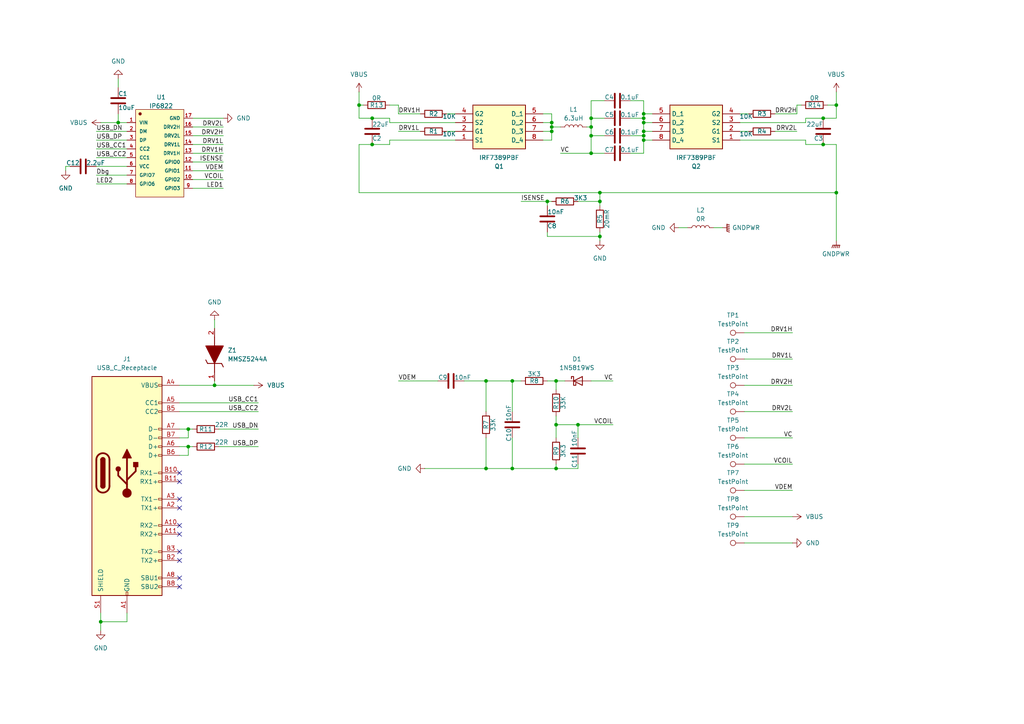
<source format=kicad_sch>
(kicad_sch (version 20231120) (generator "eeschema") (generator_version "8.0")
  (paper "A4")
  (lib_symbols
    (symbol "Connector:TestPoint" (pin_numbers hide) (pin_names (offset 0.762) hide)
      (property "Reference" "TP" (at 0 6.858 0))
      (property "Value" "TestPoint" (at 0 5.08 0))
      (symbol "TestPoint_0_1"
        (circle (center 0 3.302) (radius 0.762))
      )
      (symbol "TestPoint_1_1"
        (pin passive line (at 0 0 90) (length 2.54) (name "1") (number "1"))
      )
    )
    (symbol "Connector:USB_C_Receptacle" (pin_names (offset 1.016))
      (property "Reference" "J" (at -10.16 29.21 0))
      (property "Value" "USB_C_Receptacle" (at 10.16 29.21 0))
      (symbol "USB_C_Receptacle_0_0"
        (rectangle (start -0.254 -35.56) (end 0.254 -34.544))
        (rectangle (start 10.16 -32.766) (end 9.144 -33.274))
        (rectangle (start 10.16 -30.226) (end 9.144 -30.734))
        (rectangle (start 10.16 -25.146) (end 9.144 -25.654))
        (rectangle (start 10.16 -22.606) (end 9.144 -23.114))
        (rectangle (start 10.16 -17.526) (end 9.144 -18.034))
        (rectangle (start 10.16 -14.986) (end 9.144 -15.494))
        (rectangle (start 10.16 -9.906) (end 9.144 -10.414))
        (rectangle (start 10.16 -7.366) (end 9.144 -7.874))
        (rectangle (start 10.16 -2.286) (end 9.144 -2.794))
        (rectangle (start 10.16 0.254) (end 9.144 -0.254))
        (rectangle (start 10.16 5.334) (end 9.144 4.826))
        (rectangle (start 10.16 7.874) (end 9.144 7.366))
        (rectangle (start 10.16 10.414) (end 9.144 9.906))
        (rectangle (start 10.16 12.954) (end 9.144 12.446))
        (rectangle (start 10.16 18.034) (end 9.144 17.526))
        (rectangle (start 10.16 20.574) (end 9.144 20.066))
        (rectangle (start 10.16 25.654) (end 9.144 25.146))
      )
      (symbol "USB_C_Receptacle_0_1"
        (rectangle (start -10.16 27.94) (end 10.16 -35.56) (stroke (width 0.254)) (fill (type background)))
        (arc (start -8.89 -3.81) (mid -6.985 -5.7067) (end -5.08 -3.81) (stroke (width 0.508)))
        (arc (start -7.62 -3.81) (mid -6.985 -4.4423) (end -6.35 -3.81) (stroke (width 0.254)))
        (arc (start -7.62 -3.81) (mid -6.985 -4.4423) (end -6.35 -3.81) (stroke (width 0.254)) (fill (type outline)))
        (rectangle (start -7.62 -3.81) (end -6.35 3.81) (stroke (width 0.254)) (fill (type outline)))
        (arc (start -6.35 3.81) (mid -6.985 4.4423) (end -7.62 3.81) (stroke (width 0.254)))
        (arc (start -6.35 3.81) (mid -6.985 4.4423) (end -7.62 3.81) (stroke (width 0.254)) (fill (type outline)))
        (arc (start -5.08 3.81) (mid -6.985 5.7067) (end -8.89 3.81) (stroke (width 0.508)))
        (polyline (pts (xy -8.89 -3.81) (xy -8.89 3.81)) (stroke (width 0.508)))
        (polyline (pts (xy -5.08 3.81) (xy -5.08 -3.81)) (stroke (width 0.508)))
      )
      (symbol "USB_C_Receptacle_1_1"
        (circle (center -2.54 1.143) (radius 0.635) (stroke (width 0.254)) (fill (type outline)))
        (circle (center 0 -5.842) (radius 1.27) (fill (type outline)))
        (polyline (pts (xy 0 -5.842) (xy 0 4.318)) (stroke (width 0.508)))
        (polyline (pts (xy 0 -3.302) (xy -2.54 -0.762) (xy -2.54 0.508)) (stroke (width 0.508)))
        (polyline (pts (xy 0 -2.032) (xy 2.54 0.508) (xy 2.54 1.778)) (stroke (width 0.508)))
        (polyline (pts (xy -1.27 4.318) (xy 0 6.858) (xy 1.27 4.318) (xy -1.27 4.318)) (stroke (width 0.254)) (fill (type outline)))
        (rectangle (start 1.905 1.778) (end 3.175 3.048) (stroke (width 0.254)) (fill (type outline)))
        (pin passive line (at 0 -40.64 90) (length 5.08) (name "GND") (number "A1"))
        (pin bidirectional line (at 15.24 -15.24 180) (length 5.08) (name "RX2-") (number "A10"))
        (pin bidirectional line (at 15.24 -17.78 180) (length 5.08) (name "RX2+") (number "A11"))
        (pin passive line (at 0 -40.64 90) (length 5.08) hide (name "GND") (number "A12"))
        (pin bidirectional line (at 15.24 -10.16 180) (length 5.08) (name "TX1+") (number "A2"))
        (pin bidirectional line (at 15.24 -7.62 180) (length 5.08) (name "TX1-") (number "A3"))
        (pin passive line (at 15.24 25.4 180) (length 5.08) (name "VBUS") (number "A4"))
        (pin bidirectional line (at 15.24 20.32 180) (length 5.08) (name "CC1") (number "A5"))
        (pin bidirectional line (at 15.24 7.62 180) (length 5.08) (name "D+") (number "A6"))
        (pin bidirectional line (at 15.24 12.7 180) (length 5.08) (name "D-") (number "A7"))
        (pin bidirectional line (at 15.24 -30.48 180) (length 5.08) (name "SBU1") (number "A8"))
        (pin passive line (at 15.24 25.4 180) (length 5.08) hide (name "VBUS") (number "A9"))
        (pin passive line (at 0 -40.64 90) (length 5.08) hide (name "GND") (number "B1"))
        (pin bidirectional line (at 15.24 0 180) (length 5.08) (name "RX1-") (number "B10"))
        (pin bidirectional line (at 15.24 -2.54 180) (length 5.08) (name "RX1+") (number "B11"))
        (pin passive line (at 0 -40.64 90) (length 5.08) hide (name "GND") (number "B12"))
        (pin bidirectional line (at 15.24 -25.4 180) (length 5.08) (name "TX2+") (number "B2"))
        (pin bidirectional line (at 15.24 -22.86 180) (length 5.08) (name "TX2-") (number "B3"))
        (pin passive line (at 15.24 25.4 180) (length 5.08) hide (name "VBUS") (number "B4"))
        (pin bidirectional line (at 15.24 17.78 180) (length 5.08) (name "CC2") (number "B5"))
        (pin bidirectional line (at 15.24 5.08 180) (length 5.08) (name "D+") (number "B6"))
        (pin bidirectional line (at 15.24 10.16 180) (length 5.08) (name "D-") (number "B7"))
        (pin bidirectional line (at 15.24 -33.02 180) (length 5.08) (name "SBU2") (number "B8"))
        (pin passive line (at 15.24 25.4 180) (length 5.08) hide (name "VBUS") (number "B9"))
        (pin passive line (at -7.62 -40.64 90) (length 5.08) (name "SHIELD") (number "S1"))
      )
    )
    (symbol "Device:C" (pin_numbers hide) (pin_names (offset 0.254))
      (property "Reference" "C" (at 0.635 2.54 0))
      (property "Value" "C" (at 0.635 -2.54 0))
      (symbol "C_0_1"
        (polyline (pts (xy -2.032 -0.762) (xy 2.032 -0.762)) (stroke (width 0.508)))
        (polyline (pts (xy -2.032 0.762) (xy 2.032 0.762)) (stroke (width 0.508)))
      )
      (symbol "C_1_1"
        (pin passive line (at 0 3.81 270) (length 2.794) (name "~") (number "1"))
        (pin passive line (at 0 -3.81 90) (length 2.794) (name "~") (number "2"))
      )
    )
    (symbol "Device:L" (pin_numbers hide) (pin_names (offset 1.016) hide)
      (property "Reference" "L" (at -1.27 0 90))
      (property "Value" "L" (at 1.905 0 90))
      (symbol "L_0_1"
        (arc (start 0 -2.54) (mid 0.6323 -1.905) (end 0 -1.27))
        (arc (start 0 -1.27) (mid 0.6323 -0.635) (end 0 0))
        (arc (start 0 0) (mid 0.6323 0.635) (end 0 1.27))
        (arc (start 0 1.27) (mid 0.6323 1.905) (end 0 2.54))
      )
      (symbol "L_1_1"
        (pin passive line (at 0 3.81 270) (length 1.27) (name "1") (number "1"))
        (pin passive line (at 0 -3.81 90) (length 1.27) (name "2") (number "2"))
      )
    )
    (symbol "Device:R" (pin_numbers hide) (pin_names (offset 0))
      (property "Reference" "R" (at 2.032 0 90))
      (property "Value" "R" (at 0 0 90))
      (symbol "R_0_1"
        (rectangle (start -1.016 -2.54) (end 1.016 2.54) (stroke (width 0.254)))
      )
      (symbol "R_1_1"
        (pin passive line (at 0 3.81 270) (length 1.27) (name "~") (number "1"))
        (pin passive line (at 0 -3.81 90) (length 1.27) (name "~") (number "2"))
      )
    )
    (symbol "Diode:1N5819WS" (pin_numbers hide) (pin_names (offset 1.016) hide)
      (property "Reference" "D" (at 0 2.54 0))
      (property "Value" "1N5819WS" (at 0 -2.54 0))
      (symbol "1N5819WS_0_1"
        (polyline (pts (xy 1.27 0) (xy -1.27 0)))
        (polyline (pts (xy 1.27 1.27) (xy 1.27 -1.27) (xy -1.27 0) (xy 1.27 1.27)) (stroke (width 0.254)))
        (polyline (pts (xy -1.905 0.635) (xy -1.905 1.27) (xy -1.27 1.27) (xy -1.27 -1.27) (xy -0.635 -1.27) (xy -0.635 -0.635)) (stroke (width 0.254)))
      )
      (symbol "1N5819WS_1_1"
        (pin passive line (at -3.81 0 0) (length 2.54) (name "K") (number "1"))
        (pin passive line (at 3.81 0 180) (length 2.54) (name "A") (number "2"))
      )
    )
    (symbol "SamacSys_Parts:IP6822" (pin_names (offset 1.016))
      (property "Reference" "U" (at 0 18.0594 0))
      (property "Value" "IP6822" (at 0 23.1394 0))
      (symbol "IP6822_1_1"
        (rectangle (start -6.35 12.7) (end 7.62 -12.7) (stroke (width 0.1524)) (fill (type background)))
        (circle (center -5.08 11.43) (radius 0.381) (stroke (width 0.1524)) (fill (type outline)))
        (pin input line (at -8.89 8.89 0) (length 2.54) (name "VIN") (number "1"))
        (pin input line (at 10.16 -7.62 180) (length 2.54) (name "GPIO2") (number "10"))
        (pin input line (at 10.16 -5.08 180) (length 2.54) (name "GPIO1") (number "11"))
        (pin input line (at 10.16 -2.54 180) (length 2.54) (name "GPIO0") (number "12"))
        (pin input line (at 10.16 0 180) (length 2.54) (name "DRV1H") (number "13"))
        (pin input line (at 10.16 2.54 180) (length 2.54) (name "DRV1L") (number "14"))
        (pin input line (at 10.16 5.08 180) (length 2.54) (name "DRV2L") (number "15"))
        (pin input line (at 10.16 7.62 180) (length 2.54) (name "DRV2H") (number "16"))
        (pin input line (at 10.16 10.16 180) (length 2.54) (name "GND") (number "17"))
        (pin input line (at -8.89 6.35 0) (length 2.54) (name "DM") (number "2"))
        (pin input line (at -8.89 3.81 0) (length 2.54) (name "DP") (number "3"))
        (pin input line (at -8.89 1.27 0) (length 2.54) (name "CC2") (number "4"))
        (pin input line (at -8.89 -1.27 0) (length 2.54) (name "CC1") (number "5"))
        (pin input line (at -8.89 -3.81 0) (length 2.54) (name "VCC") (number "6"))
        (pin input line (at -8.89 -6.35 0) (length 2.54) (name "GPIO7") (number "7"))
        (pin input line (at -8.89 -8.89 0) (length 2.54) (name "GPIO6") (number "8"))
        (pin input line (at 10.16 -10.16 180) (length 2.54) (name "GPIO3") (number "9"))
      )
    )
    (symbol "SamacSys_Parts:IRF7389PBF"
      (property "Reference" "Q" (at 21.59 7.62 0))
      (property "Value" "IRF7389PBF" (at 21.59 5.08 0))
      (symbol "IRF7389PBF_1_1"
        (rectangle (start 5.08 2.54) (end 20.32 -10.16) (stroke (width 0.254)) (fill (type background)))
        (pin passive line (at 0 0 0) (length 5.08) (name "S1") (number "1"))
        (pin passive line (at 0 -2.54 0) (length 5.08) (name "G1") (number "2"))
        (pin passive line (at 0 -5.08 0) (length 5.08) (name "S2") (number "3"))
        (pin passive line (at 0 -7.62 0) (length 5.08) (name "G2") (number "4"))
        (pin passive line (at 25.4 -7.62 180) (length 5.08) (name "D_1") (number "5"))
        (pin passive line (at 25.4 -5.08 180) (length 5.08) (name "D_2") (number "6"))
        (pin passive line (at 25.4 -2.54 180) (length 5.08) (name "D_3") (number "7"))
        (pin passive line (at 25.4 0 180) (length 5.08) (name "D_4") (number "8"))
      )
    )
    (symbol "SamacSys_Parts:MMSZ5244A" (pin_names hide)
      (property "Reference" "Z" (at 10.16 8.89 0))
      (property "Value" "MMSZ5244A" (at 10.16 6.35 0))
      (symbol "MMSZ5244A_1_1"
        (polyline (pts (xy 2.54 0) (xy 5.08 0)) (stroke (width 0.254)))
        (polyline (pts (xy 4.064 -2.54) (xy 5.08 -2.032)) (stroke (width 0.254)))
        (polyline (pts (xy 5.08 2.032) (xy 5.08 -2.032)) (stroke (width 0.254)))
        (polyline (pts (xy 5.08 2.032) (xy 6.096 2.54)) (stroke (width 0.254)))
        (polyline (pts (xy 12.7 0) (xy 10.16 0)) (stroke (width 0.254)))
        (polyline (pts (xy 5.08 0) (xy 10.16 2.54) (xy 10.16 -2.54) (xy 5.08 0)) (stroke (width 0.254)) (fill (type outline)))
        (pin passive line (at 0 0 0) (length 2.54) (name "K") (number "1"))
        (pin passive line (at 15.24 0 180) (length 2.54) (name "A") (number "2"))
      )
    )
    (symbol "power:GND" (power) (pin_numbers hide) (pin_names (offset 0) hide)
      (property "Value" "GND" (at 0 -3.81 0))
      (symbol "GND_0_1"
        (polyline (pts (xy 0 0) (xy 0 -1.27) (xy 1.27 -1.27) (xy 0 -2.54) (xy -1.27 -1.27) (xy 0 -1.27)))
      )
      (symbol "GND_1_1"
        (pin power_in line (at 0 0 270) (length 0) (name "~") (number "1"))
      )
    )
    (symbol "power:GNDPWR" (power) (pin_numbers hide) (pin_names (offset 0) hide)
      (property "Value" "GNDPWR" (at 0 -3.302 0))
      (symbol "GNDPWR_0_1"
        (polyline (pts (xy 0 -1.27) (xy 0 0)))
        (polyline (pts (xy -1.016 -1.27) (xy -1.27 -2.032) (xy -1.27 -2.032)) (stroke (width 0.2032)))
        (polyline (pts (xy -0.508 -1.27) (xy -0.762 -2.032) (xy -0.762 -2.032)) (stroke (width 0.2032)))
        (polyline (pts (xy 0 -1.27) (xy -0.254 -2.032) (xy -0.254 -2.032)) (stroke (width 0.2032)))
        (polyline (pts (xy 0.508 -1.27) (xy 0.254 -2.032) (xy 0.254 -2.032)) (stroke (width 0.2032)))
        (polyline (pts (xy 1.016 -1.27) (xy -1.016 -1.27) (xy -1.016 -1.27)) (stroke (width 0.2032)))
        (polyline (pts (xy 1.016 -1.27) (xy 0.762 -2.032) (xy 0.762 -2.032) (xy 0.762 -2.032)) (stroke (width 0.2032)))
      )
      (symbol "GNDPWR_1_1"
        (pin power_in line (at 0 0 270) (length 0) (name "~") (number "1"))
      )
    )
    (symbol "power:VCC" (power) (pin_numbers hide) (pin_names (offset 0) hide)
      (property "Value" "VCC" (at 0 3.556 0))
      (symbol "VCC_0_1"
        (polyline (pts (xy -0.762 1.27) (xy 0 2.54)))
        (polyline (pts (xy 0 0) (xy 0 2.54)))
        (polyline (pts (xy 0 2.54) (xy 0.762 1.27)))
      )
      (symbol "VCC_1_1"
        (pin power_in line (at 0 0 90) (length 0) (name "~") (number "1"))
      )
    )
  )
  (junction (at 161.29 123.19))
  (junction (at 29.21 180.34))
  (junction (at 242.57 30.48))
  (junction (at 171.45 44.45))
  (junction (at 238.76 34.29))
  (junction (at 107.95 34.29))
  (junction (at 54.61 129.54))
  (junction (at 186.69 34.29))
  (junction (at 160.02 38.1))
  (junction (at 238.76 41.91))
  (junction (at 167.64 123.19))
  (junction (at 186.69 33.02))
  (junction (at 171.45 34.29))
  (junction (at 186.69 35.56))
  (junction (at 242.57 55.88))
  (junction (at 171.45 39.37))
  (junction (at 161.29 135.89))
  (junction (at 161.29 110.49))
  (junction (at 148.59 135.89))
  (junction (at 173.99 55.88))
  (junction (at 173.99 68.58))
  (junction (at 148.59 110.49))
  (junction (at 186.69 40.64))
  (junction (at 173.99 58.42))
  (junction (at 107.95 41.91))
  (junction (at 54.61 124.46))
  (junction (at 140.97 110.49))
  (junction (at 62.23 111.76))
  (junction (at 160.02 36.83))
  (junction (at 186.69 39.37))
  (junction (at 171.45 36.83))
  (junction (at 158.75 58.42))
  (junction (at 140.97 135.89))
  (junction (at 104.14 30.48))
  (junction (at 160.02 35.56))
  (junction (at 34.29 35.56))
  (junction (at 186.69 38.1))
  (no_connect (at 52.07 137.16))
  (no_connect (at 52.07 152.4))
  (no_connect (at 52.07 167.64))
  (no_connect (at 52.07 144.78))
  (no_connect (at 52.07 147.32))
  (no_connect (at 52.07 154.94))
  (no_connect (at 52.07 170.18))
  (no_connect (at 52.07 162.56))
  (no_connect (at 52.07 139.7))
  (no_connect (at 52.07 160.02))
  (wire (pts (xy 173.99 55.88) (xy 173.99 58.42)))
  (wire (pts (xy 233.68 40.64) (xy 214.63 40.64)))
  (wire (pts (xy 186.69 34.29) (xy 186.69 35.56)))
  (wire (pts (xy 229.87 142.24) (xy 215.9 142.24)))
  (wire (pts (xy 115.57 110.49) (xy 127 110.49)))
  (wire (pts (xy 231.14 38.1) (xy 224.79 38.1)))
  (wire (pts (xy 36.83 177.8) (xy 36.83 180.34)))
  (wire (pts (xy 160.02 38.1) (xy 160.02 40.64)))
  (wire (pts (xy 115.57 38.1) (xy 121.92 38.1)))
  (wire (pts (xy 171.45 36.83) (xy 171.45 39.37)))
  (wire (pts (xy 186.69 40.64) (xy 189.23 40.64)))
  (wire (pts (xy 129.54 38.1) (xy 132.08 38.1)))
  (wire (pts (xy 186.69 29.21) (xy 186.69 33.02)))
  (wire (pts (xy 182.88 44.45) (xy 186.69 44.45)))
  (wire (pts (xy 52.07 132.08) (xy 54.61 132.08)))
  (wire (pts (xy 113.03 41.91) (xy 113.03 40.64)))
  (wire (pts (xy 158.75 58.42) (xy 158.75 59.69)))
  (wire (pts (xy 171.45 29.21) (xy 171.45 34.29)))
  (wire (pts (xy 27.94 50.8) (xy 36.83 50.8)))
  (wire (pts (xy 113.03 30.48) (xy 115.57 30.48)))
  (wire (pts (xy 27.94 43.18) (xy 36.83 43.18)))
  (wire (pts (xy 231.14 33.02) (xy 231.14 30.48)))
  (wire (pts (xy 232.41 30.48) (xy 231.14 30.48)))
  (wire (pts (xy 229.87 111.76) (xy 215.9 111.76)))
  (wire (pts (xy 229.87 119.38) (xy 215.9 119.38)))
  (wire (pts (xy 186.69 39.37) (xy 186.69 40.64)))
  (wire (pts (xy 134.62 110.49) (xy 140.97 110.49)))
  (wire (pts (xy 148.59 110.49) (xy 151.13 110.49)))
  (wire (pts (xy 167.64 135.89) (xy 167.64 134.62)))
  (wire (pts (xy 215.9 149.86) (xy 229.87 149.86)))
  (wire (pts (xy 157.48 38.1) (xy 160.02 38.1)))
  (wire (pts (xy 217.17 38.1) (xy 214.63 38.1)))
  (wire (pts (xy 104.14 41.91) (xy 104.14 55.88)))
  (wire (pts (xy 54.61 124.46) (xy 55.88 124.46)))
  (wire (pts (xy 160.02 33.02) (xy 160.02 35.56)))
  (wire (pts (xy 148.59 110.49) (xy 140.97 110.49)))
  (wire (pts (xy 158.75 58.42) (xy 160.02 58.42)))
  (wire (pts (xy 186.69 33.02) (xy 186.69 34.29)))
  (wire (pts (xy 158.75 68.58) (xy 173.99 68.58)))
  (wire (pts (xy 64.77 54.61) (xy 55.88 54.61)))
  (wire (pts (xy 238.76 34.29) (xy 233.68 34.29)))
  (wire (pts (xy 231.14 33.02) (xy 224.79 33.02)))
  (wire (pts (xy 158.75 110.49) (xy 161.29 110.49)))
  (wire (pts (xy 242.57 41.91) (xy 242.57 55.88)))
  (wire (pts (xy 160.02 36.83) (xy 160.02 38.1)))
  (wire (pts (xy 55.88 34.29) (xy 64.77 34.29)))
  (wire (pts (xy 182.88 34.29) (xy 186.69 34.29)))
  (wire (pts (xy 215.9 157.48) (xy 229.87 157.48)))
  (wire (pts (xy 63.5 129.54) (xy 74.93 129.54)))
  (wire (pts (xy 107.95 41.91) (xy 113.03 41.91)))
  (wire (pts (xy 148.59 119.38) (xy 148.59 110.49)))
  (wire (pts (xy 196.85 66.04) (xy 199.39 66.04)))
  (wire (pts (xy 242.57 34.29) (xy 238.76 34.29)))
  (wire (pts (xy 242.57 41.91) (xy 238.76 41.91)))
  (wire (pts (xy 52.07 111.76) (xy 62.23 111.76)))
  (wire (pts (xy 233.68 41.91) (xy 233.68 40.64)))
  (wire (pts (xy 161.29 110.49) (xy 161.29 113.03)))
  (wire (pts (xy 123.19 135.89) (xy 140.97 135.89)))
  (wire (pts (xy 140.97 110.49) (xy 140.97 119.38)))
  (wire (pts (xy 62.23 110.49) (xy 62.23 111.76)))
  (wire (pts (xy 52.07 116.84) (xy 74.93 116.84)))
  (wire (pts (xy 29.21 35.56) (xy 34.29 35.56)))
  (wire (pts (xy 173.99 69.85) (xy 173.99 68.58)))
  (wire (pts (xy 104.14 41.91) (xy 107.95 41.91)))
  (wire (pts (xy 242.57 55.88) (xy 242.57 69.85)))
  (wire (pts (xy 54.61 127) (xy 54.61 124.46)))
  (wire (pts (xy 171.45 39.37) (xy 171.45 44.45)))
  (wire (pts (xy 167.64 58.42) (xy 173.99 58.42)))
  (wire (pts (xy 161.29 123.19) (xy 161.29 120.65)))
  (wire (pts (xy 189.23 38.1) (xy 186.69 38.1)))
  (wire (pts (xy 177.8 110.49) (xy 171.45 110.49)))
  (wire (pts (xy 104.14 34.29) (xy 104.14 30.48)))
  (wire (pts (xy 160.02 40.64) (xy 157.48 40.64)))
  (wire (pts (xy 161.29 123.19) (xy 167.64 123.19)))
  (wire (pts (xy 160.02 36.83) (xy 162.56 36.83)))
  (wire (pts (xy 52.07 129.54) (xy 54.61 129.54)))
  (wire (pts (xy 104.14 55.88) (xy 173.99 55.88)))
  (wire (pts (xy 182.88 29.21) (xy 186.69 29.21)))
  (wire (pts (xy 62.23 111.76) (xy 73.66 111.76)))
  (wire (pts (xy 217.17 33.02) (xy 214.63 33.02)))
  (wire (pts (xy 34.29 33.02) (xy 34.29 35.56)))
  (wire (pts (xy 29.21 177.8) (xy 29.21 180.34)))
  (wire (pts (xy 229.87 134.62) (xy 215.9 134.62)))
  (wire (pts (xy 115.57 33.02) (xy 115.57 30.48)))
  (wire (pts (xy 27.94 38.1) (xy 36.83 38.1)))
  (wire (pts (xy 27.94 48.26) (xy 36.83 48.26)))
  (wire (pts (xy 158.75 67.31) (xy 158.75 68.58)))
  (wire (pts (xy 162.56 44.45) (xy 171.45 44.45)))
  (wire (pts (xy 171.45 44.45) (xy 175.26 44.45)))
  (wire (pts (xy 107.95 34.29) (xy 113.03 34.29)))
  (wire (pts (xy 63.5 124.46) (xy 74.93 124.46)))
  (wire (pts (xy 173.99 55.88) (xy 242.57 55.88)))
  (wire (pts (xy 171.45 39.37) (xy 175.26 39.37)))
  (wire (pts (xy 20.32 48.26) (xy 19.05 48.26)))
  (wire (pts (xy 233.68 35.56) (xy 214.63 35.56)))
  (wire (pts (xy 175.26 29.21) (xy 171.45 29.21)))
  (wire (pts (xy 64.77 49.53) (xy 55.88 49.53)))
  (wire (pts (xy 104.14 30.48) (xy 104.14 26.67)))
  (wire (pts (xy 148.59 127) (xy 148.59 135.89)))
  (wire (pts (xy 161.29 134.62) (xy 161.29 135.89)))
  (wire (pts (xy 229.87 104.14) (xy 215.9 104.14)))
  (wire (pts (xy 34.29 22.86) (xy 34.29 25.4)))
  (wire (pts (xy 27.94 40.64) (xy 36.83 40.64)))
  (wire (pts (xy 64.77 46.99) (xy 55.88 46.99)))
  (wire (pts (xy 167.64 123.19) (xy 167.64 127)))
  (wire (pts (xy 171.45 34.29) (xy 171.45 36.83)))
  (wire (pts (xy 64.77 52.07) (xy 55.88 52.07)))
  (wire (pts (xy 62.23 92.71) (xy 62.23 95.25)))
  (wire (pts (xy 186.69 38.1) (xy 186.69 39.37)))
  (wire (pts (xy 170.18 36.83) (xy 171.45 36.83)))
  (wire (pts (xy 129.54 33.02) (xy 132.08 33.02)))
  (wire (pts (xy 115.57 33.02) (xy 121.92 33.02)))
  (wire (pts (xy 229.87 127) (xy 215.9 127)))
  (wire (pts (xy 36.83 180.34) (xy 29.21 180.34)))
  (wire (pts (xy 161.29 110.49) (xy 163.83 110.49)))
  (wire (pts (xy 52.07 127) (xy 54.61 127)))
  (wire (pts (xy 140.97 135.89) (xy 148.59 135.89)))
  (wire (pts (xy 189.23 35.56) (xy 186.69 35.56)))
  (wire (pts (xy 173.99 58.42) (xy 173.99 59.69)))
  (wire (pts (xy 242.57 30.48) (xy 240.03 30.48)))
  (wire (pts (xy 186.69 35.56) (xy 186.69 38.1)))
  (wire (pts (xy 19.05 48.26) (xy 19.05 49.53)))
  (wire (pts (xy 34.29 35.56) (xy 36.83 35.56)))
  (wire (pts (xy 64.77 41.91) (xy 55.88 41.91)))
  (wire (pts (xy 104.14 34.29) (xy 107.95 34.29)))
  (wire (pts (xy 182.88 39.37) (xy 186.69 39.37)))
  (wire (pts (xy 171.45 34.29) (xy 175.26 34.29)))
  (wire (pts (xy 161.29 135.89) (xy 167.64 135.89)))
  (wire (pts (xy 233.68 34.29) (xy 233.68 35.56)))
  (wire (pts (xy 54.61 129.54) (xy 55.88 129.54)))
  (wire (pts (xy 64.77 44.45) (xy 55.88 44.45)))
  (wire (pts (xy 52.07 124.46) (xy 54.61 124.46)))
  (wire (pts (xy 113.03 40.64) (xy 132.08 40.64)))
  (wire (pts (xy 54.61 132.08) (xy 54.61 129.54)))
  (wire (pts (xy 242.57 30.48) (xy 242.57 26.67)))
  (wire (pts (xy 148.59 135.89) (xy 161.29 135.89)))
  (wire (pts (xy 161.29 123.19) (xy 161.29 127)))
  (wire (pts (xy 173.99 67.31) (xy 173.99 68.58)))
  (wire (pts (xy 229.87 96.52) (xy 215.9 96.52)))
  (wire (pts (xy 157.48 33.02) (xy 160.02 33.02)))
  (wire (pts (xy 113.03 35.56) (xy 132.08 35.56)))
  (wire (pts (xy 242.57 34.29) (xy 242.57 30.48)))
  (wire (pts (xy 151.13 58.42) (xy 158.75 58.42)))
  (wire (pts (xy 113.03 34.29) (xy 113.03 35.56)))
  (wire (pts (xy 64.77 36.83) (xy 55.88 36.83)))
  (wire (pts (xy 52.07 119.38) (xy 74.93 119.38)))
  (wire (pts (xy 160.02 35.56) (xy 160.02 36.83)))
  (wire (pts (xy 186.69 44.45) (xy 186.69 40.64)))
  (wire (pts (xy 64.77 39.37) (xy 55.88 39.37)))
  (wire (pts (xy 238.76 41.91) (xy 233.68 41.91)))
  (wire (pts (xy 104.14 30.48) (xy 105.41 30.48)))
  (wire (pts (xy 207.01 66.04) (xy 209.55 66.04)))
  (wire (pts (xy 167.64 123.19) (xy 177.8 123.19)))
  (wire (pts (xy 27.94 45.72) (xy 36.83 45.72)))
  (wire (pts (xy 140.97 127) (xy 140.97 135.89)))
  (wire (pts (xy 157.48 35.56) (xy 160.02 35.56)))
  (wire (pts (xy 189.23 33.02) (xy 186.69 33.02)))
  (wire (pts (xy 29.21 180.34) (xy 29.21 182.88)))
  (wire (pts (xy 27.94 53.34) (xy 36.83 53.34)))
  (label "DRV2L" (at 64.77 36.83 180))
  (label "VC" (at 177.8 110.49 180))
  (label "USB_DN" (at 27.94 38.1 0))
  (label "DRV1L" (at 115.57 38.1 0))
  (label "VCOIL" (at 64.77 52.07 180))
  (label "Dbg" (at 27.94 50.8 0))
  (label "USB_CC1" (at 74.93 116.84 180))
  (label "DRV2H" (at 64.77 39.37 180))
  (label "LED1" (at 64.77 54.61 180))
  (label "USB_DP" (at 27.94 40.64 0))
  (label "DRV2H" (at 231.14 33.02 180))
  (label "VDEM" (at 64.77 49.53 180))
  (label "USB_DN" (at 74.93 124.46 180))
  (label "DRV2H" (at 229.87 111.76 180))
  (label "DRV1L" (at 229.87 104.14 180))
  (label "DRV1H" (at 115.57 33.02 0))
  (label "DRV1H" (at 229.87 96.52 180))
  (label "USB_CC2" (at 74.93 119.38 180))
  (label "VDEM" (at 229.87 142.24 180))
  (label "VC" (at 229.87 127 180))
  (label "DRV2L" (at 231.14 38.1 180))
  (label "DRV1H" (at 64.77 44.45 180))
  (label "VC" (at 162.56 44.45 0))
  (label "DRV2L" (at 229.87 119.38 180))
  (label "USB_CC2" (at 27.94 45.72 0))
  (label "VDEM" (at 115.57 110.49 0))
  (label "LED2" (at 27.94 53.34 0))
  (label "ISENSE" (at 64.77 46.99 180))
  (label "DRV1L" (at 64.77 41.91 180))
  (label "ISENSE" (at 151.13 58.42 0))
  (label "VCOIL" (at 229.87 134.62 180))
  (label "USB_DP" (at 74.93 129.54 180))
  (label "VCOIL" (at 177.8 123.19 180))
  (label "USB_CC1" (at 27.94 43.18 0))
  (symbol (lib_id "Connector:TestPoint") (at 215.9 104.14 90) (unit 1)
    (property "Reference" "TP2" (at 212.598 99.06 90))
    (property "Value" "TestPoint" (at 212.598 101.6 90))
    (property "Footprint" "TestPoint:TestPoint_Bridge_Pitch3.81mm_Drill1.3mm" (effects (hide yes)))
    (property "Description" "test point" (effects (hide yes)))
  )
  (symbol (lib_id "Device:R") (at 163.83 58.42 270) (mirror x) (unit 1)
    (property "Reference" "R6" (at 163.83 58.42 90))
    (property "Value" "3K3" (at 168.402 57.404 90))
    (property "Footprint" "Resistor_SMD:R_0603_1608Metric" (effects (hide yes)))
    (property "Description" "Resistor" (effects (hide yes)))
  )
  (symbol (lib_id "Device:R") (at 220.98 38.1 270) (unit 1)
    (property "Reference" "R4" (at 220.98 38.1 90))
    (property "Value" "10K" (at 216.408 38.862 90))
    (property "Footprint" "Resistor_SMD:R_0603_1608Metric" (effects (hide yes)))
    (property "Description" "Resistor" (effects (hide yes)))
  )
  (symbol (lib_id "Device:C") (at 179.07 29.21 90) (mirror x) (unit 1)
    (property "Reference" "C4" (at 178.054 28.194 90) (effects (justify left)))
    (property "Value" "0.1uF" (at 185.42 28.194 90) (effects (justify left)))
    (property "Footprint" "Capacitor_SMD:C_0805_2012Metric" (effects (hide yes)))
    (property "Description" "Unpolarized capacitor" (effects (hide yes)))
  )
  (symbol (lib_id "power:GNDPWR") (at 209.55 66.04 90) (unit 1)
    (property "Reference" "#PWR09" (effects (hide yes)))
    (property "Value" "GNDPWR" (at 216.408 66.04 90))
    (property "Description" "Power symbol creates a global label with name \"GNDPWR\" , global ground" (effects (hide yes)))
  )
  (symbol (lib_id "power:GNDPWR") (at 242.57 69.85 0) (unit 1)
    (property "Reference" "#PWR07" (effects (hide yes)))
    (property "Value" "GNDPWR" (at 242.443 73.66 0))
    (property "Description" "Power symbol creates a global label with name \"GNDPWR\" , global ground" (effects (hide yes)))
  )
  (symbol (lib_id "Device:C") (at 130.81 110.49 90) (mirror x) (unit 1)
    (property "Reference" "C9" (at 129.794 109.474 90) (effects (justify left)))
    (property "Value" "10nF" (at 136.652 109.474 90) (effects (justify left)))
    (property "Footprint" "Capacitor_SMD:C_0603_1608Metric" (effects (hide yes)))
    (property "Description" "Unpolarized capacitor" (effects (hide yes)))
  )
  (symbol (lib_id "Device:L") (at 166.37 36.83 90) (unit 1)
    (property "Reference" "L1" (at 166.37 31.75 90))
    (property "Value" "6.3uH" (at 166.37 34.29 90))
    (property "Footprint" "Inductor_SMD:L_2010_5025Metric" (effects (hide yes)))
    (property "Description" "Inductor" (effects (hide yes)))
  )
  (symbol (lib_id "power:GND") (at 62.23 92.71 180) (unit 1)
    (property "Reference" "#PWR013" (effects (hide yes)))
    (property "Value" "GND" (at 62.23 87.63 0))
    (property "Description" "Power symbol creates a global label with name \"GND\" , ground" (effects (hide yes)))
  )
  (symbol (lib_id "Connector:TestPoint") (at 215.9 111.76 90) (unit 1)
    (property "Reference" "TP3" (at 212.598 106.68 90))
    (property "Value" "TestPoint" (at 212.598 109.22 90))
    (property "Footprint" "TestPoint:TestPoint_Bridge_Pitch3.81mm_Drill1.3mm" (effects (hide yes)))
    (property "Description" "test point" (effects (hide yes)))
  )
  (symbol (lib_id "Connector:USB_C_Receptacle") (at 36.83 137.16 0) (unit 1)
    (property "Reference" "J1" (at 36.83 104.14 0))
    (property "Value" "USB_C_Receptacle" (at 36.83 106.68 0))
    (property "Footprint" "Connector_USB:USB_C_Receptacle_HCTL_HC-TYPE-C-16P-01A" (effects (hide yes)))
    (property "Datasheet" "https://www.usb.org/sites/default/files/documents/usb_type-c.zip" (effects (hide yes)))
    (property "Description" "USB Full-Featured Type-C Receptacle connector" (effects (hide yes)))
  )
  (symbol (lib_id "power:GND") (at 196.85 66.04 270) (unit 1)
    (property "Reference" "#PWR08" (effects (hide yes)))
    (property "Value" "GND" (at 193.04 66.0399 90) (effects (justify right)))
    (property "Description" "Power symbol creates a global label with name \"GND\" , ground" (effects (hide yes)))
  )
  (symbol (lib_id "power:GND") (at 123.19 135.89 270) (unit 1)
    (property "Reference" "#PWR010" (effects (hide yes)))
    (property "Value" "GND" (at 119.38 135.8899 90) (effects (justify right)))
    (property "Description" "Power symbol creates a global label with name \"GND\" , ground" (effects (hide yes)))
  )
  (symbol (lib_id "Connector:TestPoint") (at 215.9 149.86 90) (unit 1)
    (property "Reference" "TP8" (at 212.598 144.78 90))
    (property "Value" "TestPoint" (at 212.598 147.32 90))
    (property "Footprint" "TestPoint:TestPoint_Bridge_Pitch3.81mm_Drill1.3mm" (effects (hide yes)))
    (property "Description" "test point" (effects (hide yes)))
  )
  (symbol (lib_id "Device:R") (at 140.97 123.19 0) (mirror x) (unit 1)
    (property "Reference" "R7" (at 140.97 123.19 90))
    (property "Value" "33K" (at 143.002 123.19 90))
    (property "Footprint" "Resistor_SMD:R_0603_1608Metric" (effects (hide yes)))
    (property "Description" "Resistor" (effects (hide yes)))
  )
  (symbol (lib_id "Connector:TestPoint") (at 215.9 119.38 90) (unit 1)
    (property "Reference" "TP4" (at 212.598 114.3 90))
    (property "Value" "TestPoint" (at 212.598 116.84 90))
    (property "Footprint" "TestPoint:TestPoint_Bridge_Pitch3.81mm_Drill1.3mm" (effects (hide yes)))
    (property "Description" "test point" (effects (hide yes)))
  )
  (symbol (lib_id "Diode:1N5819WS") (at 167.64 110.49 0) (unit 1)
    (property "Reference" "D1" (at 167.3225 104.14 0))
    (property "Value" "1N5819WS" (at 167.3225 106.68 0))
    (property "Footprint" "Diode_SMD:D_SOD-323" (effects (hide yes)))
    (property "Datasheet" "https://datasheet.lcsc.com/lcsc/2204281430_Guangdong-Hottech-1N5819WS_C191023.pdf" (effects (hide yes)))
    (property "Description" "40V 600mV@1A 1A SOD-323 Schottky Barrier Diodes, SOD-323" (effects (hide yes)))
  )
  (symbol (lib_id "SamacSys_Parts:IRF7389PBF") (at 214.63 40.64 180) (unit 1)
    (property "Reference" "Q2" (at 201.93 48.26 0))
    (property "Value" "IRF7389PBF" (at 201.93 45.72 0))
    (property "Footprint" "SOIC127P600X175-8N" (effects (hide yes)))
    (property "Datasheet" "https://componentsearchengine.com/Datasheets/2/IRF7389PBF.pdf" (effects (hide yes)))
    (property "Description" "INFINEON - IRF7389PBF - MOSFET, DUAL, NP, LOGIC, SO-8" (effects (hide yes)))
    (property "Height" "1.75" (effects (hide yes)))
    (property "Manufacturer_Name" "Infineon" (effects (hide yes)))
    (property "Manufacturer_Part_Number" "IRF7389PBF" (effects (hide yes)))
    (property "Mouser Part Number" "942-IRF7389PBF" (effects (hide yes)))
    (property "Mouser Price/Stock" "https://www.mouser.co.uk/ProductDetail/Infineon-Technologies/IRF7389PBF/?qs=oV44URRYgr2nYjbIKcpjzw%3D%3D" (effects (hide yes)))
    (property "Arrow Part Number" "IRF7389PBF" (effects (hide yes)))
    (property "Arrow Price/Stock" "https://www.arrow.com/en/products/irf7389pbf/infineon-technologies-ag" (effects (hide yes)))
  )
  (symbol (lib_id "power:VCC") (at 229.87 149.86 270) (mirror x) (unit 1)
    (property "Reference" "#PWR014" (effects (hide yes)))
    (property "Value" "VBUS" (at 233.68 149.8599 90) (effects (justify left)))
    (property "Description" "Power symbol creates a global label with name \"VCC\"" (effects (hide yes)))
  )
  (symbol (lib_id "power:VCC") (at 242.57 26.67 0) (mirror y) (unit 1)
    (property "Reference" "#PWR05" (effects (hide yes)))
    (property "Value" "VBUS" (at 242.57 21.59 0))
    (property "Description" "Power symbol creates a global label with name \"VCC\"" (effects (hide yes)))
  )
  (symbol (lib_id "Device:C") (at 24.13 48.26 90) (unit 1)
    (property "Reference" "C12" (at 23.114 47.244 90) (effects (justify left)))
    (property "Value" "2.2uF" (at 30.48 47.244 90) (effects (justify left)))
    (property "Footprint" "Capacitor_SMD:C_0603_1608Metric" (effects (hide yes)))
    (property "Description" "Unpolarized capacitor" (effects (hide yes)))
  )
  (symbol (lib_id "Device:R") (at 59.69 129.54 90) (mirror x) (unit 1)
    (property "Reference" "R12" (at 59.69 129.54 90))
    (property "Value" "22R" (at 64.262 128.27 90))
    (property "Footprint" "Resistor_SMD:R_0603_1608Metric" (effects (hide yes)))
    (property "Description" "Resistor" (effects (hide yes)))
  )
  (symbol (lib_id "Device:C") (at 107.95 38.1 0) (mirror x) (unit 1)
    (property "Reference" "C2" (at 107.95 40.132 0) (effects (justify left)))
    (property "Value" "22uF" (at 107.95 36.068 0) (effects (justify left)))
    (property "Footprint" "Capacitor_SMD:C_0603_1608Metric" (effects (hide yes)))
    (property "Description" "Unpolarized capacitor" (effects (hide yes)))
  )
  (symbol (lib_id "Device:R") (at 236.22 30.48 90) (mirror x) (unit 1)
    (property "Reference" "R14" (at 236.22 30.48 90))
    (property "Value" "0R" (at 236.22 28.448 90))
    (property "Footprint" "Resistor_SMD:R_0603_1608Metric" (effects (hide yes)))
    (property "Description" "Resistor" (effects (hide yes)))
  )
  (symbol (lib_id "SamacSys_Parts:IRF7389PBF") (at 132.08 40.64 0) (mirror x) (unit 1)
    (property "Reference" "Q1" (at 144.78 48.26 0))
    (property "Value" "IRF7389PBF" (at 144.78 45.72 0))
    (property "Footprint" "SOIC127P600X175-8N" (effects (hide yes)))
    (property "Datasheet" "https://componentsearchengine.com/Datasheets/2/IRF7389PBF.pdf" (effects (hide yes)))
    (property "Description" "INFINEON - IRF7389PBF - MOSFET, DUAL, NP, LOGIC, SO-8" (effects (hide yes)))
    (property "Height" "1.75" (effects (hide yes)))
    (property "Manufacturer_Name" "Infineon" (effects (hide yes)))
    (property "Manufacturer_Part_Number" "IRF7389PBF" (effects (hide yes)))
    (property "Mouser Part Number" "942-IRF7389PBF" (effects (hide yes)))
    (property "Mouser Price/Stock" "https://www.mouser.co.uk/ProductDetail/Infineon-Technologies/IRF7389PBF/?qs=oV44URRYgr2nYjbIKcpjzw%3D%3D" (effects (hide yes)))
    (property "Arrow Part Number" "IRF7389PBF" (effects (hide yes)))
    (property "Arrow Price/Stock" "https://www.arrow.com/en/products/irf7389pbf/infineon-technologies-ag" (effects (hide yes)))
  )
  (symbol (lib_id "SamacSys_Parts:MMSZ5244A") (at 62.23 110.49 90) (unit 1)
    (property "Reference" "Z1" (at 66.04 101.5999 90) (effects (justify right)))
    (property "Value" "MMSZ5244A" (at 66.04 104.1399 90) (effects (justify right)))
    (property "Footprint" "MMSZ5252B" (effects (hide yes)))
    (property "Datasheet" "https://www.panjit.com.tw/en/Product/downloadPDF/MMSZ5244A" (effects (hide yes)))
    (property "Description" "Zener Diodes - MMSZ5244A , 500mW, 2V, 1413, SOD-123" (effects (hide yes)))
    (property "Height" "1.35" (effects (hide yes)))
    (property "Manufacturer_Name" "PANJIT" (effects (hide yes)))
    (property "Manufacturer_Part_Number" "MMSZ5244A" (effects (hide yes)))
  )
  (symbol (lib_id "Connector:TestPoint") (at 215.9 96.52 90) (unit 1)
    (property "Reference" "TP1" (at 212.598 91.44 90))
    (property "Value" "TestPoint" (at 212.598 93.98 90))
    (property "Footprint" "TestPoint:TestPoint_Bridge_Pitch3.81mm_Drill1.3mm" (effects (hide yes)))
    (property "Description" "test point" (effects (hide yes)))
  )
  (symbol (lib_id "Device:C") (at 179.07 44.45 90) (mirror x) (unit 1)
    (property "Reference" "C7" (at 178.054 43.434 90) (effects (justify left)))
    (property "Value" "0.1uF" (at 185.42 43.434 90) (effects (justify left)))
    (property "Footprint" "Capacitor_SMD:C_0805_2012Metric" (effects (hide yes)))
    (property "Description" "Unpolarized capacitor" (effects (hide yes)))
  )
  (symbol (lib_id "Connector:TestPoint") (at 215.9 142.24 90) (unit 1)
    (property "Reference" "TP7" (at 212.598 137.16 90))
    (property "Value" "TestPoint" (at 212.598 139.7 90))
    (property "Footprint" "TestPoint:TestPoint_Bridge_Pitch3.81mm_Drill1.3mm" (effects (hide yes)))
    (property "Description" "test point" (effects (hide yes)))
  )
  (symbol (lib_id "power:VCC") (at 29.21 35.56 90) (unit 1)
    (property "Reference" "#PWR02" (effects (hide yes)))
    (property "Value" "VBUS" (at 25.4 35.5599 90) (effects (justify left)))
    (property "Description" "Power symbol creates a global label with name \"VCC\"" (effects (hide yes)))
  )
  (symbol (lib_id "Device:R") (at 161.29 116.84 0) (mirror x) (unit 1)
    (property "Reference" "R10" (at 161.29 116.84 90))
    (property "Value" "33K" (at 163.322 116.84 90))
    (property "Footprint" "Resistor_SMD:R_0603_1608Metric" (effects (hide yes)))
    (property "Description" "Resistor" (effects (hide yes)))
  )
  (symbol (lib_id "Device:R") (at 125.73 33.02 90) (mirror x) (unit 1)
    (property "Reference" "R2" (at 125.73 33.02 90))
    (property "Value" "10K" (at 130.302 33.782 90))
    (property "Footprint" "Resistor_SMD:R_0603_1608Metric" (effects (hide yes)))
    (property "Description" "Resistor" (effects (hide yes)))
  )
  (symbol (lib_id "Connector:TestPoint") (at 215.9 157.48 90) (unit 1)
    (property "Reference" "TP9" (at 212.598 152.4 90))
    (property "Value" "TestPoint" (at 212.598 154.94 90))
    (property "Footprint" "TestPoint:TestPoint_Bridge_Pitch3.81mm_Drill1.3mm" (effects (hide yes)))
    (property "Description" "test point" (effects (hide yes)))
  )
  (symbol (lib_id "Connector:TestPoint") (at 215.9 127 90) (unit 1)
    (property "Reference" "TP5" (at 212.598 121.92 90))
    (property "Value" "TestPoint" (at 212.598 124.46 90))
    (property "Footprint" "TestPoint:TestPoint_Bridge_Pitch3.81mm_Drill1.3mm" (effects (hide yes)))
    (property "Description" "test point" (effects (hide yes)))
  )
  (symbol (lib_id "Device:C") (at 238.76 38.1 180) (unit 1)
    (property "Reference" "C3" (at 238.76 40.132 0) (effects (justify left)))
    (property "Value" "22uF" (at 238.76 36.068 0) (effects (justify left)))
    (property "Footprint" "Capacitor_SMD:C_0603_1608Metric" (effects (hide yes)))
    (property "Description" "Unpolarized capacitor" (effects (hide yes)))
  )
  (symbol (lib_id "Device:R") (at 59.69 124.46 90) (mirror x) (unit 1)
    (property "Reference" "R11" (at 59.69 124.46 90))
    (property "Value" "22R" (at 64.262 123.19 90))
    (property "Footprint" "Resistor_SMD:R_0603_1608Metric" (effects (hide yes)))
    (property "Description" "Resistor" (effects (hide yes)))
  )
  (symbol (lib_id "Device:R") (at 109.22 30.48 90) (mirror x) (unit 1)
    (property "Reference" "R13" (at 109.22 30.48 90))
    (property "Value" "0R" (at 109.22 28.448 90))
    (property "Footprint" "Resistor_SMD:R_0603_1608Metric" (effects (hide yes)))
    (property "Description" "Resistor" (effects (hide yes)))
  )
  (symbol (lib_id "Device:R") (at 161.29 130.81 0) (mirror y) (unit 1)
    (property "Reference" "R9" (at 161.29 130.81 90))
    (property "Value" "3K3" (at 163.322 130.81 90))
    (property "Footprint" "Resistor_SMD:R_0603_1608Metric" (effects (hide yes)))
    (property "Description" "Resistor" (effects (hide yes)))
  )
  (symbol (lib_id "SamacSys_Parts:IP6822") (at 45.72 44.45 0) (unit 1)
    (property "Reference" "U1" (at 46.736 28.194 0))
    (property "Value" "IP6822" (at 46.736 30.734 0))
    (property "Footprint" "SamacSys_Parts:IP6822" (effects (hide yes)))
  )
  (symbol (lib_id "Device:R") (at 125.73 38.1 90) (mirror x) (unit 1)
    (property "Reference" "R1" (at 125.73 38.1 90))
    (property "Value" "10K" (at 130.302 38.862 90))
    (property "Footprint" "Resistor_SMD:R_0603_1608Metric" (effects (hide yes)))
    (property "Description" "Resistor" (effects (hide yes)))
  )
  (symbol (lib_id "power:GND") (at 173.99 69.85 0) (unit 1)
    (property "Reference" "#PWR06" (effects (hide yes)))
    (property "Value" "GND" (at 173.99 74.93 0))
    (property "Description" "Power symbol creates a global label with name \"GND\" , ground" (effects (hide yes)))
  )
  (symbol (lib_id "Device:C") (at 179.07 34.29 90) (mirror x) (unit 1)
    (property "Reference" "C5" (at 178.054 33.274 90) (effects (justify left)))
    (property "Value" "0.1uF" (at 185.42 33.274 90) (effects (justify left)))
    (property "Footprint" "Capacitor_SMD:C_0805_2012Metric" (effects (hide yes)))
    (property "Description" "Unpolarized capacitor" (effects (hide yes)))
  )
  (symbol (lib_id "Device:R") (at 154.94 110.49 270) (mirror x) (unit 1)
    (property "Reference" "R8" (at 154.94 110.49 90))
    (property "Value" "3K3" (at 154.94 108.458 90))
    (property "Footprint" "Resistor_SMD:R_0603_1608Metric" (effects (hide yes)))
    (property "Description" "Resistor" (effects (hide yes)))
  )
  (symbol (lib_id "power:VCC") (at 73.66 111.76 270) (unit 1)
    (property "Reference" "#PWR011" (effects (hide yes)))
    (property "Value" "VBUS" (at 77.47 111.7599 90) (effects (justify left)))
    (property "Description" "Power symbol creates a global label with name \"VCC\"" (effects (hide yes)))
  )
  (symbol (lib_id "Device:R") (at 220.98 33.02 270) (unit 1)
    (property "Reference" "R3" (at 220.98 33.02 90))
    (property "Value" "10K" (at 216.408 33.782 90))
    (property "Footprint" "Resistor_SMD:R_0603_1608Metric" (effects (hide yes)))
    (property "Description" "Resistor" (effects (hide yes)))
  )
  (symbol (lib_id "power:GND") (at 34.29 22.86 180) (unit 1)
    (property "Reference" "#PWR01" (effects (hide yes)))
    (property "Value" "GND" (at 34.29 17.78 0))
    (property "Description" "Power symbol creates a global label with name \"GND\" , ground" (effects (hide yes)))
  )
  (symbol (lib_id "power:GND") (at 229.87 157.48 90) (unit 1)
    (property "Reference" "#PWR015" (effects (hide yes)))
    (property "Value" "GND" (at 233.68 157.4799 90) (effects (justify right)))
    (property "Description" "Power symbol creates a global label with name \"GND\" , ground" (effects (hide yes)))
  )
  (symbol (lib_id "Connector:TestPoint") (at 215.9 134.62 90) (unit 1)
    (property "Reference" "TP6" (at 212.598 129.54 90))
    (property "Value" "TestPoint" (at 212.598 132.08 90))
    (property "Footprint" "TestPoint:TestPoint_Bridge_Pitch3.81mm_Drill1.3mm" (effects (hide yes)))
    (property "Description" "test point" (effects (hide yes)))
  )
  (symbol (lib_id "Device:R") (at 173.99 63.5 0) (mirror x) (unit 1)
    (property "Reference" "R5" (at 173.99 63.5 90))
    (property "Value" "20mR" (at 176.022 63.5 90))
    (property "Footprint" "Resistor_SMD:R_1206_3216Metric" (effects (hide yes)))
    (property "Description" "Resistor" (effects (hide yes)))
  )
  (symbol (lib_id "power:GND") (at 64.77 34.29 90) (unit 1)
    (property "Reference" "#PWR03" (effects (hide yes)))
    (property "Value" "GND" (at 68.58 34.2899 90) (effects (justify right)))
    (property "Description" "Power symbol creates a global label with name \"GND\" , ground" (effects (hide yes)))
  )
  (symbol (lib_id "Device:C") (at 158.75 63.5 0) (mirror x) (unit 1)
    (property "Reference" "C8" (at 158.75 65.532 0) (effects (justify left)))
    (property "Value" "10nF" (at 158.75 61.468 0) (effects (justify left)))
    (property "Footprint" "Capacitor_SMD:C_0603_1608Metric" (effects (hide yes)))
    (property "Description" "Unpolarized capacitor" (effects (hide yes)))
  )
  (symbol (lib_id "power:GND") (at 29.21 182.88 0) (unit 1)
    (property "Reference" "#PWR012" (effects (hide yes)))
    (property "Value" "GND" (at 29.21 187.96 0))
    (property "Description" "Power symbol creates a global label with name \"GND\" , ground" (effects (hide yes)))
  )
  (symbol (lib_id "power:GND") (at 19.05 49.53 0) (unit 1)
    (property "Reference" "#PWR016" (effects (hide yes)))
    (property "Value" "GND" (at 19.05 54.61 0))
    (property "Description" "Power symbol creates a global label with name \"GND\" , ground" (effects (hide yes)))
  )
  (symbol (lib_id "Device:C") (at 148.59 123.19 0) (mirror x) (unit 1)
    (property "Reference" "C10" (at 147.574 124.206 90) (effects (justify left)))
    (property "Value" "10nF" (at 147.574 117.348 90) (effects (justify left)))
    (property "Footprint" "Capacitor_SMD:C_0603_1608Metric" (effects (hide yes)))
    (property "Description" "Unpolarized capacitor" (effects (hide yes)))
  )
  (symbol (lib_id "Device:C") (at 34.29 29.21 0) (unit 1)
    (property "Reference" "C1" (at 34.29 27.178 0) (effects (justify left)))
    (property "Value" "10uF" (at 34.29 31.242 0) (effects (justify left)))
    (property "Footprint" "Capacitor_SMD:C_0603_1608Metric" (effects (hide yes)))
    (property "Description" "Unpolarized capacitor" (effects (hide yes)))
  )
  (symbol (lib_id "Device:L") (at 203.2 66.04 90) (unit 1)
    (property "Reference" "L2" (at 203.2 60.96 90))
    (property "Value" "0R" (at 203.2 63.5 90))
    (property "Footprint" "Inductor_SMD:L_0805_2012Metric" (effects (hide yes)))
    (property "Description" "Inductor" (effects (hide yes)))
  )
  (symbol (lib_id "Device:C") (at 167.64 130.81 0) (mirror x) (unit 1)
    (property "Reference" "C11" (at 166.624 131.826 90) (effects (justify left)))
    (property "Value" "10nF" (at 166.624 124.714 90) (effects (justify left)))
    (property "Footprint" "Capacitor_SMD:C_0603_1608Metric" (effects (hide yes)))
    (property "Description" "Unpolarized capacitor" (effects (hide yes)))
  )
  (symbol (lib_id "Device:C") (at 179.07 39.37 90) (mirror x) (unit 1)
    (property "Reference" "C6" (at 178.054 38.354 90) (effects (justify left)))
    (property "Value" "0.1uF" (at 185.42 38.354 90) (effects (justify left)))
    (property "Footprint" "Capacitor_SMD:C_0805_2012Metric" (effects (hide yes)))
    (property "Description" "Unpolarized capacitor" (effects (hide yes)))
  )
  (symbol (lib_id "power:VCC") (at 104.14 26.67 0) (unit 1)
    (property "Reference" "#PWR04" (effects (hide yes)))
    (property "Value" "VBUS" (at 104.14 21.59 0))
    (property "Description" "Power symbol creates a global label with name \"VCC\"" (effects (hide yes)))
  )
)
</source>
